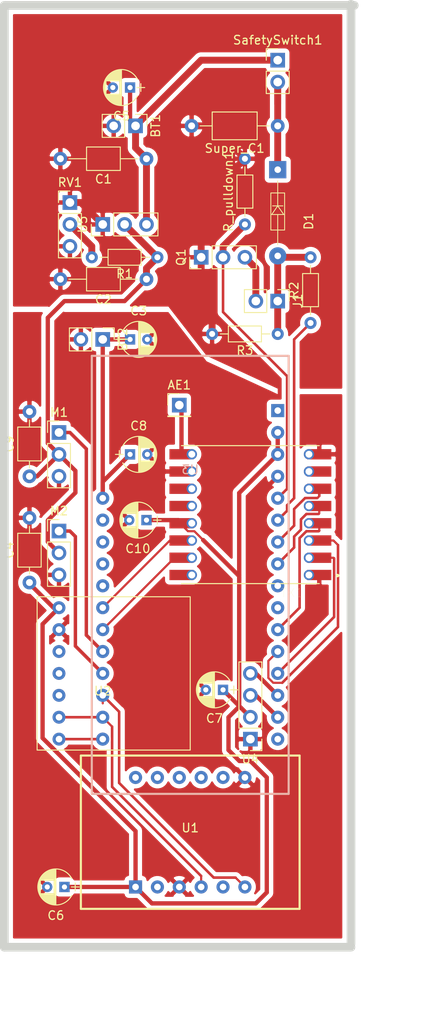
<source format=kicad_pcb>
(kicad_pcb (version 20171130) (host pcbnew "(5.1.6-0-10_14)")
  (layers (0 F.Cu signal) (31 B.Cu signal) (34 B.Paste user hide) (35 F.Paste user hide) (36 B.SilkS user hide) (37 F.SilkS user) (38 B.Mask user) (39 F.Mask user hide) (44 Edge.Cuts user))
  (net 0 "")
  (net 1 "Net-(AE1-Pad1)")
  (net 2 7.4)
  (net 3 GND)
  (net 4 3.7_Battery)
  (net 5 ~6V_Source)
  (net 6 "Net-(D1-Pad1)")
  (net 7 "Net-(D1-Pad2)")
  (net 8 "Net-(J1-Pad2)")
  (net 9 "Net-(M1-Pad1)")
  (net 10 "Net-(M2-Pad1)")
  (net 11 Control)
  (net 12 "Net-(R1-Pad2)")
  (net 13 Feather_Pin_Sensor)
  (net 14 "Net-(TX1-Pad2)")
  (net 15 "Net-(TX1-Pad3)")
  (net 16 "Net-(TX1-Pad4)")
  (net 17 "Net-(TX1-Pad5)")
  (net 18 "Net-(TX1-Pad6)")
  (net 19 "Net-(TX1-Pad7)")
  (net 20 "Net-(TX1-Pad11)")
  (net 21 "Net-(TX1-Pad12)")
  (net 22 "Net-(TX1-Pad14)")
  (net 23 "Net-(TX1-Pad15)")
  (net 24 "Net-(TX1-Pad16)")
  (net 25 "Net-(U1-Pad12)")
  (net 26 "Net-(U1-Pad11)")
  (net 27 "Net-(U1-Pad10)")
  (net 28 "Net-(U1-Pad9)")
  (net 29 "Net-(U1-Pad8)")
  (net 30 "Net-(U1-Pad6)")
  (net 31 "Net-(U1-Pad5)")
  (net 32 "Net-(U1-Pad4)")
  (net 33 "Net-(U1-Pad2)")
  (net 34 "Net-(U2-Pad3)")
  (net 35 "Net-(U2-Pad4)")
  (net 36 "Net-(U2-Pad5)")
  (net 37 "Net-(U2-Pad7)")
  (net 38 "Net-(U3-Pad26)")
  (net 39 "Net-(U3-Pad27)")
  (net 40 "Net-(U3-Pad16)")
  (net 41 "Net-(U3-Pad15)")
  (net 42 "Net-(U3-Pad14)")
  (net 43 "Net-(U3-Pad10)")
  (net 44 "Net-(U3-Pad9)")
  (net 45 "Net-(U3-Pad1)")
  (net 46 "Net-(U3-Pad24)")
  (net 47 "Net-(U3-Pad25)")
  (net 48 "Net-(C10-Pad1)")
  (module RFM98W-433S2:XCVR_RFM98W-433S2 (layer F.Cu) (at 101.092 125.984 180)
    (fp_text reference TX1 (at -4.825 -9.075) (layer F.SilkS) (effects (font (thickness 0.015))))
    (fp_text value RFM98W-433S2)
    (pad 1 smd rect (at -8 -7 180) (size 2.8 1.2) (layers F.Cu F.Paste F.Mask) (net 3 GND))
    (pad 2 smd rect (at -8 -5 180) (size 2.8 1.2) (layers F.Cu F.Paste F.Mask) (net 14 "Net-(TX1-Pad2)"))
    (pad 3 smd rect (at -8 -3 180) (size 2.8 1.2) (layers F.Cu F.Paste F.Mask) (net 15 "Net-(TX1-Pad3)"))
    (pad 4 smd rect (at -8 -1 180) (size 2.8 1.2) (layers F.Cu F.Paste F.Mask) (net 16 "Net-(TX1-Pad4)"))
    (pad 5 smd rect (at -8 1 180) (size 2.8 1.2) (layers F.Cu F.Paste F.Mask) (net 17 "Net-(TX1-Pad5)"))
    (pad 6 smd rect (at -8 3 180) (size 2.8 1.2) (layers F.Cu F.Paste F.Mask) (net 18 "Net-(TX1-Pad6)"))
    (pad 7 smd rect (at -8 5 180) (size 2.8 1.2) (layers F.Cu F.Paste F.Mask) (net 19 "Net-(TX1-Pad7)"))
    (pad 8 smd rect (at -8 7 180) (size 2.8 1.2) (layers F.Cu F.Paste F.Mask) (net 3 GND))
    (pad 9 smd rect (at 8 7 180) (size 2.8 1.2) (layers F.Cu F.Paste F.Mask) (net 1 "Net-(AE1-Pad1)"))
    (pad 10 smd rect (at 8 5 180) (size 2.8 1.2) (layers F.Cu F.Paste F.Mask) (net 3 GND))
    (pad 11 smd rect (at 8 3 180) (size 2.8 1.2) (layers F.Cu F.Paste F.Mask) (net 20 "Net-(TX1-Pad11)"))
    (pad 12 smd rect (at 8 1 180) (size 2.8 1.2) (layers F.Cu F.Paste F.Mask) (net 21 "Net-(TX1-Pad12)"))
    (pad 13 smd rect (at 8 -1 180) (size 2.8 1.2) (layers F.Cu F.Paste F.Mask) (net 48 "Net-(C10-Pad1)"))
    (pad 14 smd rect (at 8 -3 180) (size 2.8 1.2) (layers F.Cu F.Paste F.Mask) (net 22 "Net-(TX1-Pad14)"))
    (pad 15 smd rect (at 8 -5 180) (size 2.8 1.2) (layers F.Cu F.Paste F.Mask) (net 23 "Net-(TX1-Pad15)"))
    (pad 16 smd rect (at 8 -7 180) (size 2.8 1.2) (layers F.Cu F.Paste F.Mask) (net 24 "Net-(TX1-Pad16)"))
    (pad 1_1 thru_hole circle (at -6.8 -7 180) (size 1.2 1.2) (drill 0.8) (layers *.Cu *.Mask))
    (pad 2_1 thru_hole circle (at -6.8 -5 180) (size 1.2 1.2) (drill 0.8) (layers *.Cu *.Mask))
    (pad 3_1 thru_hole circle (at -6.8 -3 180) (size 1.2 1.2) (drill 0.8) (layers *.Cu *.Mask))
    (pad 4_1 thru_hole circle (at -6.8 -1 180) (size 1.2 1.2) (drill 0.8) (layers *.Cu *.Mask))
    (pad 5_1 thru_hole circle (at -6.8 1 180) (size 1.2 1.2) (drill 0.8) (layers *.Cu *.Mask))
    (pad 6_1 thru_hole circle (at -6.8 3 180) (size 1.2 1.2) (drill 0.8) (layers *.Cu *.Mask))
    (pad 7_1 thru_hole circle (at -6.8 5 180) (size 1.2 1.2) (drill 0.8) (layers *.Cu *.Mask))
    (pad 8_1 thru_hole circle (at -6.8 7 180) (size 1.2 1.2) (drill 0.8) (layers *.Cu *.Mask))
    (pad 9_1 thru_hole circle (at 6.8 7 180) (size 1.2 1.2) (drill 0.8) (layers *.Cu *.Mask))
    (pad 10_1 thru_hole circle (at 6.8 5 180) (size 1.2 1.2) (drill 0.8) (layers *.Cu *.Mask))
    (pad 11_1 thru_hole circle (at 6.8 3 180) (size 1.2 1.2) (drill 0.8) (layers *.Cu *.Mask))
    (pad 12_1 thru_hole circle (at 6.8 1 180) (size 1.2 1.2) (drill 0.8) (layers *.Cu *.Mask))
    (pad 13_1 thru_hole circle (at 6.8 -1 180) (size 1.2 1.2) (drill 0.8) (layers *.Cu *.Mask))
    (pad 14_1 thru_hole circle (at 6.8 -3 180) (size 1.2 1.2) (drill 0.8) (layers *.Cu *.Mask))
    (pad 15_1 thru_hole circle (at 6.8 -5 180) (size 1.2 1.2) (drill 0.8) (layers *.Cu *.Mask))
    (pad 16_1 thru_hole circle (at 6.8 -7 180) (size 1.2 1.2) (drill 0.8) (layers *.Cu *.Mask))
  )
  (module digikey-footprints:MPU_6050_Board (layer F.Cu) (at 85.217 164.084 90)
    (fp_text reference U1 (at 1.77 8.89) (layer F.SilkS))
    (fp_text value MPU-6050-Board)
    (pad 12 thru_hole circle (at 7.62 2.54 90) (size 1.524 1.524) (drill 0.762) (layers *.Cu *.Mask) (net 25 "Net-(U1-Pad12)"))
    (pad 11 thru_hole circle (at 7.62 5.08 90) (size 1.524 1.524) (drill 0.762) (layers *.Cu *.Mask) (net 26 "Net-(U1-Pad11)"))
    (pad 10 thru_hole circle (at 7.62 7.62 90) (size 1.524 1.524) (drill 0.762) (layers *.Cu *.Mask) (net 27 "Net-(U1-Pad10)"))
    (pad 9 thru_hole circle (at 7.62 10.16 90) (size 1.524 1.524) (drill 0.762) (layers *.Cu *.Mask) (net 28 "Net-(U1-Pad9)"))
    (pad 8 thru_hole circle (at 7.62 12.7 90) (size 1.524 1.524) (drill 0.762) (layers *.Cu *.Mask) (net 29 "Net-(U1-Pad8)"))
    (pad 7 thru_hole circle (at 7.62 15.24 90) (size 1.524 1.524) (drill 0.762) (layers *.Cu *.Mask) (net 3 GND))
    (pad 6 thru_hole circle (at -5.08 15.24 90) (size 1.524 1.524) (drill 0.762) (layers *.Cu *.Mask) (net 30 "Net-(U1-Pad6)"))
    (pad 5 thru_hole circle (at -5.08 12.7 90) (size 1.524 1.524) (drill 0.762) (layers *.Cu *.Mask) (net 31 "Net-(U1-Pad5)"))
    (pad 4 thru_hole circle (at -5.08 10.16 90) (size 1.524 1.524) (drill 0.762) (layers *.Cu *.Mask) (net 32 "Net-(U1-Pad4)"))
    (pad 3 thru_hole circle (at -5.08 7.62 90) (size 1.524 1.524) (drill 0.762) (layers *.Cu *.Mask) (net 3 GND))
    (pad 2 thru_hole circle (at -5.08 5.08 90) (size 1.524 1.524) (drill 0.762) (layers *.Cu *.Mask) (net 33 "Net-(U1-Pad2)"))
    (pad 1 thru_hole rect (at -5.08 2.54 90) (size 1.524 1.524) (drill 0.762) (layers *.Cu *.Mask) (net 48 "Net-(C10-Pad1)"))
  )
  (module digikey-footprints:mpl3115a2 (layer F.Cu) (at 83.947 146.939 180)
    (fp_text reference U2 (at 0 0.5) (layer F.SilkS))
    (fp_text value MPL3115a2_Board)
    (pad 7 thru_hole circle (at 5.08 -5.08 180) (size 1.5 1.5) (drill 0.762) (layers *.Cu *.Mask) (net 37 "Net-(U2-Pad7)"))
    (pad 6 thru_hole circle (at 5.08 -2.54 180) (size 1.5 1.5) (drill 0.762) (layers *.Cu *.Mask) (net 32 "Net-(U1-Pad4)"))
    (pad 5 thru_hole circle (at 5.08 0 180) (size 1.5 1.5) (drill 0.762) (layers *.Cu *.Mask) (net 36 "Net-(U2-Pad5)"))
    (pad 4 thru_hole circle (at 5.08 2.54 180) (size 1.5 1.5) (drill 0.762) (layers *.Cu *.Mask) (net 35 "Net-(U2-Pad4)"))
    (pad 3 thru_hole circle (at 5.08 5.08 180) (size 1.5 1.5) (drill 0.762) (layers *.Cu *.Mask) (net 34 "Net-(U2-Pad3)"))
    (pad 2 thru_hole circle (at 5.08 7.62 180) (size 1.5 1.5) (drill 0.762) (layers *.Cu *.Mask) (net 3 GND))
    (pad 1 thru_hole circle (at 5.08 10.16 180) (size 1.5 1.5) (drill 0.762) (layers *.Cu *.Mask) (net 48 "Net-(C10-Pad1)"))
  )
  (module Connector_PinHeader_2.54mm:PinHeader_1x01_P2.54mm_Vertical (layer F.Cu) (at 92.837 113.284)
    (fp_text reference AE1 (at 0 -2.33) (layer F.SilkS))
    (fp_text value Antenna)
    (pad 1 thru_hole rect (at 0 0) (size 1.7 1.7) (drill 1) (layers *.Cu *.Mask) (net 1 "Net-(AE1-Pad1)"))
  )
  (module Connector_PinHeader_2.54mm:PinHeader_1x02_P2.54mm_Vertical (layer F.Cu) (at 87.757 80.899 270)
    (fp_text reference BT1 (at 0 -2.33 90) (layer F.SilkS))
    (fp_text value 7.4V)
    (pad 1 thru_hole rect (at 0 0 270) (size 1.7 1.7) (drill 1) (layers *.Cu *.Mask) (net 2 7.4))
    (pad 2 thru_hole oval (at 0 2.54 270) (size 1.7 1.7) (drill 1) (layers *.Cu *.Mask) (net 3 GND))
  )
  (module Connector_PinHeader_2.54mm:PinHeader_1x02_P2.54mm_Vertical (layer F.Cu) (at 83.947 105.664 270)
    (fp_text reference BT2 (at 0 -2.33 90) (layer F.SilkS))
    (fp_text value 3.7V)
    (pad 2 thru_hole oval (at 0 2.54 270) (size 1.7 1.7) (drill 1) (layers *.Cu *.Mask) (net 3 GND))
    (pad 1 thru_hole rect (at 0 0 270) (size 1.7 1.7) (drill 1) (layers *.Cu *.Mask) (net 4 3.7_Battery))
  )
  (module Capacitors_THT:C_Axial_L3.8mm_D2.6mm_P10.00mm_Horizontal (layer F.Cu) (at 89.027 84.709 180)
    (fp_text reference C1 (at 5 -2.36) (layer F.SilkS))
    (fp_text value C)
    (pad 1 thru_hole circle (at 0 0 180) (size 1.6 1.6) (drill 0.8) (layers *.Cu *.Mask) (net 2 7.4))
    (pad 2 thru_hole oval (at 10 0 180) (size 1.6 1.6) (drill 0.8) (layers *.Cu *.Mask) (net 3 GND))
  )
  (module Capacitors_THT:C_Axial_L3.8mm_D2.6mm_P10.00mm_Horizontal (layer F.Cu) (at 89.027 98.679 180)
    (fp_text reference C2 (at 5 -2.36) (layer F.SilkS))
    (fp_text value CP1)
    (pad 2 thru_hole oval (at 10 0 180) (size 1.6 1.6) (drill 0.8) (layers *.Cu *.Mask) (net 3 GND))
    (pad 1 thru_hole circle (at 0 0 180) (size 1.6 1.6) (drill 0.8) (layers *.Cu *.Mask) (net 5 ~6V_Source))
  )
  (module digikey-footprints:Diode_DO-35_P10mm (layer F.Cu) (at 104.267 85.979 270)
    (fp_text reference D1 (at 6 -3.6 90) (layer F.SilkS))
    (fp_text value DIODE)
    (pad 1 thru_hole rect (at 0 0 270) (size 2 2) (drill 0.76) (layers *.Cu *.Mask) (net 6 "Net-(D1-Pad1)"))
    (pad 2 thru_hole circle (at 10 0 270) (size 2 2) (drill 0.76) (layers *.Cu *.Mask) (net 7 "Net-(D1-Pad2)"))
  )
  (module Connector_PinHeader_2.54mm:PinHeader_1x02_P2.54mm_Vertical (layer F.Cu) (at 104.267 101.219 270)
    (fp_text reference J1 (at 0 -2.33 90) (layer F.SilkS))
    (fp_text value Conn_02x01)
    (pad 2 thru_hole oval (at 0 2.54 270) (size 1.7 1.7) (drill 1) (layers *.Cu *.Mask) (net 8 "Net-(J1-Pad2)"))
    (pad 1 thru_hole rect (at 0 0 270) (size 1.7 1.7) (drill 1) (layers *.Cu *.Mask) (net 7 "Net-(D1-Pad2)"))
  )
  (module Connector_PinHeader_2.54mm:PinHeader_1x03_P2.54mm_Vertical (layer F.Cu) (at 78.867 116.459)
    (fp_text reference M1 (at 0 -2.33) (layer F.SilkS))
    (fp_text value Motor_Servo)
    (pad 1 thru_hole rect (at 0 0) (size 1.7 1.7) (drill 1) (layers *.Cu *.Mask) (net 9 "Net-(M1-Pad1)"))
    (pad 2 thru_hole oval (at 0 2.54) (size 1.7 1.7) (drill 1) (layers *.Cu *.Mask) (net 5 ~6V_Source))
    (pad 3 thru_hole oval (at 0 5.08) (size 1.7 1.7) (drill 1) (layers *.Cu *.Mask) (net 3 GND))
  )
  (module Connector_PinHeader_2.54mm:PinHeader_1x03_P2.54mm_Vertical (layer F.Cu) (at 78.867 127.889)
    (fp_text reference M2 (at 0 -2.33) (layer F.SilkS))
    (fp_text value Motor_Servo)
    (pad 3 thru_hole oval (at 0 5.08) (size 1.7 1.7) (drill 1) (layers *.Cu *.Mask) (net 3 GND))
    (pad 2 thru_hole oval (at 0 2.54) (size 1.7 1.7) (drill 1) (layers *.Cu *.Mask) (net 5 ~6V_Source))
    (pad 1 thru_hole rect (at 0 0) (size 1.7 1.7) (drill 1) (layers *.Cu *.Mask) (net 10 "Net-(M2-Pad1)"))
  )
  (module Connector_PinHeader_2.54mm:PinHeader_1x03_P2.54mm_Vertical (layer F.Cu) (at 95.377 96.139 90)
    (fp_text reference Q1 (at 0 -2.33 90) (layer F.SilkS))
    (fp_text value 2N7000)
    (pad 1 thru_hole rect (at 0 0 90) (size 1.7 1.7) (drill 1) (layers *.Cu *.Mask) (net 3 GND))
    (pad 2 thru_hole oval (at 0 2.54 90) (size 1.7 1.7) (drill 1) (layers *.Cu *.Mask) (net 11 Control))
    (pad 3 thru_hole oval (at 0 5.08 90) (size 1.7 1.7) (drill 1) (layers *.Cu *.Mask) (net 8 "Net-(J1-Pad2)"))
  )
  (module Resistor_THT:R_Axial_DIN0204_L3.6mm_D1.6mm_P7.62mm_Horizontal (layer F.Cu) (at 90.297 96.139 180)
    (fp_text reference R1 (at 3.81 -1.92) (layer F.SilkS))
    (fp_text value R)
    (pad 2 thru_hole oval (at 7.62 0 180) (size 1.4 1.4) (drill 0.7) (layers *.Cu *.Mask) (net 12 "Net-(R1-Pad2)"))
    (pad 1 thru_hole circle (at 0 0 180) (size 1.4 1.4) (drill 0.7) (layers *.Cu *.Mask) (net 5 ~6V_Source))
  )
  (module Resistor_THT:R_Axial_DIN0204_L3.6mm_D1.6mm_P7.62mm_Horizontal (layer F.Cu) (at 108.077 103.759 90)
    (fp_text reference R2 (at 3.81 -1.92 90) (layer F.SilkS))
    (fp_text value R)
    (pad 1 thru_hole circle (at 0 0 90) (size 1.4 1.4) (drill 0.7) (layers *.Cu *.Mask) (net 13 Feather_Pin_Sensor))
    (pad 2 thru_hole oval (at 7.62 0 90) (size 1.4 1.4) (drill 0.7) (layers *.Cu *.Mask) (net 7 "Net-(D1-Pad2)"))
  )
  (module Resistor_THT:R_Axial_DIN0204_L3.6mm_D1.6mm_P7.62mm_Horizontal (layer F.Cu) (at 104.267 105.029 180)
    (fp_text reference R3 (at 3.81 -1.92) (layer F.SilkS))
    (fp_text value R)
    (pad 2 thru_hole oval (at 7.62 0 180) (size 1.4 1.4) (drill 0.7) (layers *.Cu *.Mask) (net 3 GND))
    (pad 1 thru_hole circle (at 0 0 180) (size 1.4 1.4) (drill 0.7) (layers *.Cu *.Mask) (net 7 "Net-(D1-Pad2)"))
  )
  (module Resistor_THT:R_Axial_DIN0204_L3.6mm_D1.6mm_P7.62mm_Horizontal (layer F.Cu) (at 100.457 92.329 90)
    (fp_text reference R_pulldown1 (at 3.81 -1.92 90) (layer F.SilkS))
    (fp_text value 10k-100k)
    (pad 1 thru_hole circle (at 0 0 90) (size 1.4 1.4) (drill 0.7) (layers *.Cu *.Mask) (net 11 Control))
    (pad 2 thru_hole oval (at 7.62 0 90) (size 1.4 1.4) (drill 0.7) (layers *.Cu *.Mask) (net 3 GND))
  )
  (module Connector_PinHeader_2.54mm:PinHeader_1x03_P2.54mm_Vertical (layer F.Cu) (at 80.137 89.789)
    (fp_text reference RV1 (at 0 -2.33) (layer F.SilkS))
    (fp_text value R_POT_TRIM)
    (pad 1 thru_hole rect (at 0 0) (size 1.7 1.7) (drill 1) (layers *.Cu *.Mask) (net 3 GND))
    (pad 2 thru_hole oval (at 0 2.54) (size 1.7 1.7) (drill 1) (layers *.Cu *.Mask) (net 12 "Net-(R1-Pad2)"))
    (pad 3 thru_hole oval (at 0 5.08) (size 1.7 1.7) (drill 1) (layers *.Cu *.Mask) (net 3 GND))
  )
  (module Connector_PinHeader_2.54mm:PinHeader_1x02_P2.54mm_Vertical (layer F.Cu) (at 104.267 73.279)
    (fp_text reference SafetySwitch1 (at 0 -2.33) (layer F.SilkS))
    (fp_text value SW_SPST)
    (pad 1 thru_hole rect (at 0 0) (size 1.7 1.7) (drill 1) (layers *.Cu *.Mask) (net 2 7.4))
    (pad 2 thru_hole oval (at 0 2.54) (size 1.7 1.7) (drill 1) (layers *.Cu *.Mask) (net 6 "Net-(D1-Pad1)"))
  )
  (module Capacitors_THT:C_Axial_L5.1mm_D3.1mm_P10.00mm_Horizontal (layer F.Cu) (at 104.267 80.899 180)
    (fp_text reference Super_C1 (at 5 -2.61) (layer F.SilkS))
    (fp_text value C)
    (pad 1 thru_hole circle (at 0 0 180) (size 1.6 1.6) (drill 0.8) (layers *.Cu *.Mask) (net 6 "Net-(D1-Pad1)"))
    (pad 2 thru_hole oval (at 10 0 180) (size 1.6 1.6) (drill 0.8) (layers *.Cu *.Mask) (net 3 GND))
  )
  (module digikey-footprints:Adafruit_Feather (layer B.Cu) (at 96.647 111.379 180)
    (fp_text reference U3 (at 2.54 -9.39) (layer B.SilkS) (effects (justify mirror)))
    (fp_text value Adafruit-STM32F405)
    (pad 26 thru_hole circle (at 12.7 -17.78 180) (size 1.524 1.524) (drill 0.762) (layers *.Cu *.Mask) (net 38 "Net-(U3-Pad26)"))
    (pad 27 thru_hole circle (at 12.7 -15.24 180) (size 1.524 1.524) (drill 0.762) (layers *.Cu *.Mask) (net 39 "Net-(U3-Pad27)"))
    (pad 28 thru_hole circle (at 12.7 -12.7 180) (size 1.524 1.524) (drill 0.762) (layers *.Cu *.Mask) (net 4 3.7_Battery))
    (pad 17 thru_hole circle (at 12.7 -40.64 180) (size 1.524 1.524) (drill 0.762) (layers *.Cu *.Mask) (net 37 "Net-(U2-Pad7)"))
    (pad 18 thru_hole circle (at 12.7 -38.1 180) (size 1.524 1.524) (drill 0.762) (layers *.Cu *.Mask) (net 32 "Net-(U1-Pad4)"))
    (pad 19 thru_hole circle (at 12.7 -35.56 180) (size 1.524 1.524) (drill 0.762) (layers *.Cu *.Mask) (net 30 "Net-(U1-Pad6)"))
    (pad 20 thru_hole circle (at 12.7 -33.02 180) (size 1.524 1.524) (drill 0.762) (layers *.Cu *.Mask) (net 10 "Net-(M2-Pad1)"))
    (pad 21 thru_hole circle (at 12.7 -30.48 180) (size 1.524 1.524) (drill 0.762) (layers *.Cu *.Mask) (net 9 "Net-(M1-Pad1)"))
    (pad 22 thru_hole circle (at 12.7 -27.94 180) (size 1.524 1.524) (drill 0.762) (layers *.Cu *.Mask) (net 23 "Net-(TX1-Pad15)"))
    (pad 23 thru_hole circle (at 12.7 -25.4 180) (size 1.524 1.524) (drill 0.762) (layers *.Cu *.Mask) (net 22 "Net-(TX1-Pad14)"))
    (pad 24 thru_hole circle (at 12.7 -22.86 180) (size 1.524 1.524) (drill 0.762) (layers *.Cu *.Mask) (net 46 "Net-(U3-Pad24)"))
    (pad 25 thru_hole circle (at 12.7 -20.32 180) (size 1.524 1.524) (drill 0.762) (layers *.Cu *.Mask) (net 47 "Net-(U3-Pad25)"))
    (pad 16 thru_hole circle (at -7.62 -40.64 180) (size 1.524 1.524) (drill 0.762) (layers *.Cu *.Mask) (net 40 "Net-(U3-Pad16)"))
    (pad 15 thru_hole circle (at -7.62 -38.1 180) (size 1.524 1.524) (drill 0.762) (layers *.Cu *.Mask) (net 41 "Net-(U3-Pad15)"))
    (pad 14 thru_hole circle (at -7.62 -35.56 180) (size 1.524 1.524) (drill 0.762) (layers *.Cu *.Mask) (net 42 "Net-(U3-Pad14)"))
    (pad 13 thru_hole circle (at -7.62 -33.02 180) (size 1.524 1.524) (drill 0.762) (layers *.Cu *.Mask) (net 14 "Net-(TX1-Pad2)"))
    (pad 12 thru_hole circle (at -7.62 -30.48 180) (size 1.524 1.524) (drill 0.762) (layers *.Cu *.Mask) (net 15 "Net-(TX1-Pad3)"))
    (pad 11 thru_hole circle (at -7.62 -27.94 180) (size 1.524 1.524) (drill 0.762) (layers *.Cu *.Mask) (net 16 "Net-(TX1-Pad4)"))
    (pad 10 thru_hole circle (at -7.62 -25.4 180) (size 1.524 1.524) (drill 0.762) (layers *.Cu *.Mask) (net 43 "Net-(U3-Pad10)"))
    (pad 9 thru_hole circle (at -7.62 -22.86 180) (size 1.524 1.524) (drill 0.762) (layers *.Cu *.Mask) (net 44 "Net-(U3-Pad9)"))
    (pad 8 thru_hole circle (at -7.62 -20.32 180) (size 1.524 1.524) (drill 0.762) (layers *.Cu *.Mask) (net 17 "Net-(TX1-Pad5)"))
    (pad 7 thru_hole circle (at -7.62 -17.78 180) (size 1.524 1.524) (drill 0.762) (layers *.Cu *.Mask) (net 18 "Net-(TX1-Pad6)"))
    (pad 6 thru_hole circle (at -7.62 -15.24 180) (size 1.524 1.524) (drill 0.762) (layers *.Cu *.Mask) (net 13 Feather_Pin_Sensor))
    (pad 5 thru_hole circle (at -7.62 -12.7 180) (size 1.524 1.524) (drill 0.762) (layers *.Cu *.Mask) (net 11 Control))
    (pad 4 thru_hole circle (at -7.62 -10.16 180) (size 1.524 1.524) (drill 0.762) (layers *.Cu *.Mask) (net 3 GND))
    (pad 3 thru_hole circle (at -7.62 -7.62 180) (size 1.524 1.524) (drill 0.762) (layers *.Cu *.Mask) (net 48 "Net-(C10-Pad1)"))
    (pad 2 thru_hole circle (at -7.62 -5.08 180) (size 1.524 1.524) (drill 0.762) (layers *.Cu *.Mask) (net 48 "Net-(C10-Pad1)"))
    (pad 1 thru_hole rect (at -7.62 -2.54 180) (size 1.524 1.524) (drill 0.762) (layers *.Cu *.Mask) (net 45 "Net-(U3-Pad1)"))
  )
  (module Connector_PinHeader_2.54mm:PinHeader_1x04_P2.54mm_Vertical (layer F.Cu) (at 101.092 152.019 180)
    (fp_text reference U4 (at 0 -2.33) (layer F.SilkS))
    (fp_text value GPS_Connector)
    (pad 1 thru_hole rect (at 0 0 180) (size 1.7 1.7) (drill 1) (layers *.Cu *.Mask) (net 3 GND))
    (pad 2 thru_hole oval (at 0 2.54 180) (size 1.7 1.7) (drill 1) (layers *.Cu *.Mask) (net 48 "Net-(C10-Pad1)"))
    (pad 3 thru_hole oval (at 0 5.08 180) (size 1.7 1.7) (drill 1) (layers *.Cu *.Mask) (net 41 "Net-(U3-Pad15)"))
    (pad 4 thru_hole oval (at 0 7.62 180) (size 1.7 1.7) (drill 1) (layers *.Cu *.Mask) (net 42 "Net-(U3-Pad14)"))
  )
  (module Connector_PinHeader_2.54mm:PinHeader_1x03_P2.54mm_Vertical (layer F.Cu) (at 83.947 92.329 90)
    (fp_text reference U5 (at 0 -2.33 90) (layer F.SilkS))
    (fp_text value LM317_3PinPackage)
    (pad 3 thru_hole oval (at 0 5.08 90) (size 1.7 1.7) (drill 1) (layers *.Cu *.Mask) (net 2 7.4))
    (pad 2 thru_hole oval (at 0 2.54 90) (size 1.7 1.7) (drill 1) (layers *.Cu *.Mask) (net 5 ~6V_Source))
    (pad 1 thru_hole rect (at 0 0 90) (size 1.7 1.7) (drill 1) (layers *.Cu *.Mask) (net 3 GND))
  )
  (module Capacitors_THT:CP_Radial_D4.0mm_P2.00mm (layer F.Cu) (at 87.122 105.664)
    (fp_text reference C3 (at 1 -3.31) (layer F.SilkS))
    (fp_text value CP1_Small)
    (pad 1 thru_hole rect (at 0 0) (size 1.2 1.2) (drill 0.6) (layers *.Cu *.Mask) (net 4 3.7_Battery))
    (pad 2 thru_hole circle (at 2 0) (size 1.2 1.2) (drill 0.6) (layers *.Cu *.Mask) (net 3 GND))
  )
  (module Capacitors_THT:CP_Radial_D4.0mm_P2.00mm (layer F.Cu) (at 87.122 76.454 180)
    (fp_text reference C5 (at 1 -3.31) (layer F.SilkS))
    (fp_text value CP1_Small)
    (pad 2 thru_hole circle (at 2 0 180) (size 1.2 1.2) (drill 0.6) (layers *.Cu *.Mask) (net 3 GND))
    (pad 1 thru_hole rect (at 0 0 180) (size 1.2 1.2) (drill 0.6) (layers *.Cu *.Mask) (net 2 7.4))
  )
  (module Capacitors_THT:CP_Radial_D4.0mm_P2.00mm (layer F.Cu) (at 79.502 169.164 180)
    (fp_text reference C6 (at 1 -3.31) (layer F.SilkS))
    (fp_text value CP1_Small)
    (pad 1 thru_hole rect (at 0 0 180) (size 1.2 1.2) (drill 0.6) (layers *.Cu *.Mask) (net 48 "Net-(C10-Pad1)"))
    (pad 2 thru_hole circle (at 2 0 180) (size 1.2 1.2) (drill 0.6) (layers *.Cu *.Mask) (net 3 GND))
  )
  (module Capacitors_THT:CP_Radial_D4.0mm_P2.00mm (layer F.Cu) (at 97.917 146.304 180)
    (fp_text reference C7 (at 1 -3.31) (layer F.SilkS))
    (fp_text value CP1_Small)
    (pad 1 thru_hole rect (at 0 0 180) (size 1.2 1.2) (drill 0.6) (layers *.Cu *.Mask) (net 48 "Net-(C10-Pad1)"))
    (pad 2 thru_hole circle (at 2 0 180) (size 1.2 1.2) (drill 0.6) (layers *.Cu *.Mask) (net 3 GND))
  )
  (module Capacitors_THT:CP_Radial_D4.0mm_P2.00mm (layer F.Cu) (at 87.122 118.999)
    (fp_text reference C8 (at 1 -3.31) (layer F.SilkS))
    (fp_text value CP1_Small)
    (pad 1 thru_hole rect (at 0 0) (size 1.2 1.2) (drill 0.6) (layers *.Cu *.Mask) (net 4 3.7_Battery))
    (pad 2 thru_hole circle (at 2 0) (size 1.2 1.2) (drill 0.6) (layers *.Cu *.Mask) (net 3 GND))
  )
  (module Capacitors_THT:C_Axial_L3.8mm_D2.6mm_P7.50mm_Horizontal (layer F.Cu) (at 75.438 133.858 90)
    (fp_text reference C4 (at 3.75 -2.36 90) (layer F.SilkS))
    (fp_text value CP1_Small)
    (pad 1 thru_hole circle (at 0 0 90) (size 1.6 1.6) (drill 0.8) (layers *.Cu *.Mask) (net 48 "Net-(C10-Pad1)"))
    (pad 2 thru_hole oval (at 7.5 0 90) (size 1.6 1.6) (drill 0.8) (layers *.Cu *.Mask) (net 3 GND))
  )
  (module Capacitors_THT:C_Axial_L3.8mm_D2.6mm_P7.50mm_Horizontal (layer F.Cu) (at 75.438 121.539 90)
    (fp_text reference C9 (at 3.75 -2.36 90) (layer F.SilkS))
    (fp_text value CP1_Small)
    (pad 1 thru_hole circle (at 0 0 90) (size 1.6 1.6) (drill 0.8) (layers *.Cu *.Mask) (net 5 ~6V_Source))
    (pad 2 thru_hole oval (at 7.5 0 90) (size 1.6 1.6) (drill 0.8) (layers *.Cu *.Mask) (net 3 GND))
  )
  (module Capacitors_THT:CP_Radial_D4.0mm_P2.00mm (layer F.Cu) (at 89.027 126.619 180)
    (fp_text reference C10 (at 1 -3.31) (layer F.SilkS))
    (fp_text value CP1_Small)
    (pad 1 thru_hole rect (at 0 0 180) (size 1.2 1.2) (drill 0.6) (layers *.Cu *.Mask) (net 48 "Net-(C10-Pad1)"))
    (pad 2 thru_hole circle (at 2 0 180) (size 1.2 1.2) (drill 0.6) (layers *.Cu *.Mask) (net 3 GND))
  )
  (gr_line (start 112.776 175.768) (end 112.776 66.802) (layer Edge.Cuts) (width 1))
  (gr_line (start 72.517 66.929) (end 72.517 176.149) (layer Edge.Cuts) (width 1))
  (gr_line (start 113.157 66.929) (end 72.517 66.929) (layer Edge.Cuts) (width 1))
  (gr_line (start 72.517 176.149) (end 112.776 176.149) (layer Edge.Cuts) (width 1))
  (segment (start 93.092 113.539) (end 92.837 113.284) (width 0.5) (layer F.Cu) (net 1))
  (segment (start 93.092 118.984) (end 93.092 113.539) (width 0.5) (layer F.Cu) (net 1))
  (segment (start 87.757 83.439) (end 89.027 84.709) (width 0.8) (layer F.Cu) (net 2))
  (segment (start 87.757 80.899) (end 87.757 83.439) (width 0.8) (layer F.Cu) (net 2))
  (segment (start 89.027 84.709) (end 89.027 92.329) (width 0.8) (layer F.Cu) (net 2))
  (segment (start 95.377 73.279) (end 104.267 73.279) (width 0.8) (layer F.Cu) (net 2))
  (segment (start 87.757 80.899) (end 95.377 73.279) (width 0.8) (layer F.Cu) (net 2))
  (segment (start 87.122 80.264) (end 87.757 80.899) (width 0.5) (layer F.Cu) (net 2))
  (segment (start 87.122 76.454) (end 87.122 80.264) (width 0.5) (layer F.Cu) (net 2))
  (segment (start 95.377 96.139) (end 95.377 98.679) (width 0.8) (layer F.Cu) (net 3))
  (segment (start 96.647 99.949) (end 96.647 105.029) (width 0.8) (layer F.Cu) (net 3))
  (segment (start 95.377 98.679) (end 96.647 99.949) (width 0.8) (layer F.Cu) (net 3))
  (segment (start 95.377 89.789) (end 100.457 84.709) (width 0.8) (layer F.Cu) (net 3))
  (segment (start 95.377 96.139) (end 95.377 89.789) (width 0.8) (layer F.Cu) (net 3))
  (segment (start 96.647 80.899) (end 100.457 84.709) (width 0.8) (layer F.Cu) (net 3))
  (segment (start 94.267 80.899) (end 96.647 80.899) (width 0.8) (layer F.Cu) (net 3))
  (segment (start 81.407 89.789) (end 83.947 92.329) (width 0.8) (layer F.Cu) (net 3))
  (segment (start 80.137 89.789) (end 81.407 89.789) (width 0.8) (layer F.Cu) (net 3))
  (segment (start 78.867 120.923002) (end 78.867 121.539) (width 0.5) (layer B.Cu) (net 3))
  (segment (start 83.947 105.664) (end 83.947 124.079) (width 0.5) (layer F.Cu) (net 4))
  (segment (start 83.947 122.174) (end 87.122 118.999) (width 0.5) (layer F.Cu) (net 4))
  (segment (start 83.947 124.079) (end 83.947 122.174) (width 0.5) (layer F.Cu) (net 4))
  (segment (start 87.122 105.664) (end 83.947 105.664) (width 0.5) (layer F.Cu) (net 4))
  (segment (start 86.487 92.329) (end 90.297 96.139) (width 0.8) (layer F.Cu) (net 5))
  (segment (start 89.027 97.409) (end 90.297 96.139) (width 0.8) (layer F.Cu) (net 5))
  (segment (start 89.027 98.679) (end 89.027 97.409) (width 0.8) (layer F.Cu) (net 5))
  (segment (start 77.566999 117.698999) (end 77.566999 103.154001) (width 0.5) (layer F.Cu) (net 5))
  (segment (start 78.867 118.999) (end 77.566999 117.698999) (width 0.5) (layer F.Cu) (net 5))
  (segment (start 77.566999 103.154001) (end 79.502 101.219) (width 0.5) (layer F.Cu) (net 5))
  (segment (start 86.487 101.219) (end 89.027 98.679) (width 0.5) (layer F.Cu) (net 5))
  (segment (start 79.502 101.219) (end 86.487 101.219) (width 0.5) (layer F.Cu) (net 5))
  (segment (start 76.327 121.539) (end 78.867 118.999) (width 0.5) (layer F.Cu) (net 5))
  (segment (start 75.057 121.539) (end 76.327 121.539) (width 0.5) (layer F.Cu) (net 5))
  (segment (start 77.566999 120.299001) (end 78.867 118.999) (width 0.5) (layer F.Cu) (net 5))
  (segment (start 78.867 130.429) (end 77.566999 129.128999) (width 0.5) (layer F.Cu) (net 5))
  (segment (start 78.867 118.999) (end 80.772 120.904) (width 0.5) (layer F.Cu) (net 5))
  (segment (start 80.772 120.904) (end 80.772 123.444) (width 0.5) (layer F.Cu) (net 5))
  (segment (start 80.772 123.444) (end 77.597 126.619) (width 0.5) (layer F.Cu) (net 5))
  (segment (start 77.597 126.648998) (end 77.566999 126.678999) (width 0.5) (layer F.Cu) (net 5))
  (segment (start 77.566999 126.678999) (end 77.566999 129.128999) (width 0.5) (layer F.Cu) (net 5))
  (segment (start 77.597 126.619) (end 77.597 126.648998) (width 0.5) (layer F.Cu) (net 5))
  (segment (start 104.267 78.359) (end 104.267 75.819) (width 0.8) (layer F.Cu) (net 6))
  (segment (start 104.267 78.359) (end 104.267 80.899) (width 0.25) (layer F.Cu) (net 6))
  (segment (start 104.267 75.819) (end 104.267 80.899) (width 0.8) (layer F.Cu) (net 6))
  (segment (start 104.267 85.979) (end 104.267 80.899) (width 0.8) (layer F.Cu) (net 6))
  (segment (start 104.427 96.139) (end 104.267 95.979) (width 0.8) (layer F.Cu) (net 7))
  (segment (start 108.077 96.139) (end 104.427 96.139) (width 0.8) (layer F.Cu) (net 7))
  (segment (start 104.267 101.219) (end 104.267 95.979) (width 0.8) (layer F.Cu) (net 7))
  (segment (start 104.267 105.029) (end 104.267 101.219) (width 0.8) (layer F.Cu) (net 7))
  (segment (start 101.727 97.409) (end 100.457 96.139) (width 0.8) (layer F.Cu) (net 8))
  (segment (start 101.727 101.219) (end 101.727 97.409) (width 0.8) (layer F.Cu) (net 8))
  (segment (start 78.867 116.459) (end 80.137 116.459) (width 0.4) (layer F.Cu) (net 9))
  (segment (start 80.137 116.459) (end 82.042 118.364) (width 0.4) (layer F.Cu) (net 9))
  (segment (start 82.042 139.954) (end 83.947 141.859) (width 0.4) (layer F.Cu) (net 9))
  (segment (start 82.042 118.364) (end 82.042 139.954) (width 0.4) (layer F.Cu) (net 9))
  (segment (start 78.867 127.889) (end 80.137 127.889) (width 0.4) (layer F.Cu) (net 10))
  (segment (start 80.137 127.889) (end 80.772 128.524) (width 0.4) (layer F.Cu) (net 10))
  (segment (start 80.772 141.224) (end 83.947 144.399) (width 0.4) (layer F.Cu) (net 10))
  (segment (start 80.772 128.524) (end 80.772 141.224) (width 0.4) (layer F.Cu) (net 10))
  (segment (start 97.917 94.869) (end 100.457 92.329) (width 0.8) (layer F.Cu) (net 11))
  (segment (start 97.917 96.139) (end 97.917 94.869) (width 0.8) (layer F.Cu) (net 11))
  (segment (start 105.354001 122.991999) (end 105.354001 109.926001) (width 0.3) (layer F.Cu) (net 11))
  (segment (start 104.267 124.079) (end 105.354001 122.991999) (width 0.3) (layer F.Cu) (net 11))
  (segment (start 97.917 102.489) (end 97.917 96.139) (width 0.3) (layer F.Cu) (net 11))
  (segment (start 105.354001 109.926001) (end 97.917 102.489) (width 0.3) (layer F.Cu) (net 11))
  (segment (start 82.677 94.869) (end 82.677 96.139) (width 0.8) (layer F.Cu) (net 12))
  (segment (start 80.137 92.329) (end 82.677 94.869) (width 0.8) (layer F.Cu) (net 12))
  (segment (start 105.354001 125.531999) (end 105.354001 124.896999) (width 0.3) (layer F.Cu) (net 13))
  (segment (start 104.267 126.619) (end 105.354001 125.531999) (width 0.3) (layer F.Cu) (net 13))
  (segment (start 105.354001 124.896999) (end 106.172 124.079) (width 0.3) (layer F.Cu) (net 13))
  (segment (start 106.172 105.664) (end 108.077 103.759) (width 0.3) (layer F.Cu) (net 13))
  (segment (start 106.172 124.079) (end 106.172 105.664) (width 0.3) (layer F.Cu) (net 13))
  (segment (start 104.267 144.399) (end 104.267 144.239998) (width 0.25) (layer F.Cu) (net 14))
  (segment (start 110.742 130.984) (end 109.092 130.984) (width 0.25) (layer F.Cu) (net 14))
  (segment (start 110.817001 131.059001) (end 110.742 130.984) (width 0.25) (layer F.Cu) (net 14))
  (segment (start 110.817001 137.848999) (end 110.817001 131.059001) (width 0.3) (layer F.Cu) (net 14))
  (segment (start 104.267 144.399) (end 110.817001 137.848999) (width 0.3) (layer F.Cu) (net 14))
  (segment (start 103.179999 144.920761) (end 103.179999 142.946001) (width 0.25) (layer F.Cu) (net 15))
  (segment (start 103.745239 145.486001) (end 103.179999 144.920761) (width 0.25) (layer F.Cu) (net 15))
  (segment (start 103.179999 142.946001) (end 104.267 141.859) (width 0.25) (layer F.Cu) (net 15))
  (segment (start 104.788761 145.486001) (end 103.745239 145.486001) (width 0.25) (layer F.Cu) (net 15))
  (segment (start 111.26701 139.007752) (end 104.788761 145.486001) (width 0.3) (layer F.Cu) (net 15))
  (segment (start 111.26701 129.50901) (end 111.26701 139.007752) (width 0.3) (layer F.Cu) (net 15))
  (segment (start 110.742 128.984) (end 111.26701 129.50901) (width 0.25) (layer F.Cu) (net 15))
  (segment (start 109.092 128.984) (end 110.742 128.984) (width 0.25) (layer F.Cu) (net 15))
  (segment (start 104.267 139.319) (end 106.807 136.779) (width 0.3) (layer F.Cu) (net 16))
  (segment (start 106.807 136.779) (end 106.807 128.699998) (width 0.3) (layer F.Cu) (net 16))
  (segment (start 109.092 127.834) (end 109.092 126.984) (width 0.25) (layer F.Cu) (net 16))
  (segment (start 109.016999 127.909001) (end 109.092 127.834) (width 0.3) (layer F.Cu) (net 16))
  (segment (start 107.597997 127.909001) (end 109.016999 127.909001) (width 0.3) (layer F.Cu) (net 16))
  (segment (start 106.807 128.699998) (end 107.597997 127.909001) (width 0.3) (layer F.Cu) (net 16))
  (segment (start 104.267 131.699) (end 104.611999 132.043999) (width 0.25) (layer F.Cu) (net 17))
  (segment (start 109.016999 125.909001) (end 109.092 125.834) (width 0.25) (layer F.Cu) (net 17))
  (segment (start 107.597997 125.909001) (end 109.016999 125.909001) (width 0.3) (layer F.Cu) (net 17))
  (segment (start 106.966999 126.539999) (end 107.597997 125.909001) (width 0.3) (layer F.Cu) (net 17))
  (segment (start 109.092 125.834) (end 109.092 124.984) (width 0.25) (layer F.Cu) (net 17))
  (segment (start 106.172 129.794) (end 106.172 128.524) (width 0.3) (layer F.Cu) (net 17))
  (segment (start 106.966999 127.729001) (end 106.966999 126.539999) (width 0.3) (layer F.Cu) (net 17))
  (segment (start 106.172 128.524) (end 106.966999 127.729001) (width 0.3) (layer F.Cu) (net 17))
  (segment (start 104.267 131.699) (end 106.172 129.794) (width 0.3) (layer F.Cu) (net 17))
  (segment (start 109.092 123.834) (end 109.092 122.984) (width 0.3) (layer F.Cu) (net 18))
  (segment (start 107.447999 124.058999) (end 108.867001 124.058999) (width 0.3) (layer F.Cu) (net 18))
  (segment (start 106.172 127.254) (end 106.172 125.334998) (width 0.3) (layer F.Cu) (net 18))
  (segment (start 108.867001 124.058999) (end 109.092 123.834) (width 0.25) (layer F.Cu) (net 18))
  (segment (start 106.172 125.334998) (end 107.447999 124.058999) (width 0.3) (layer F.Cu) (net 18))
  (segment (start 104.267 129.159) (end 106.172 127.254) (width 0.3) (layer F.Cu) (net 18))
  (segment (start 91.742 128.984) (end 93.092 128.984) (width 0.25) (layer F.Cu) (net 22))
  (segment (start 83.947 136.779) (end 91.742 128.984) (width 0.25) (layer F.Cu) (net 22))
  (segment (start 92.282 130.984) (end 93.092 130.984) (width 0.25) (layer F.Cu) (net 23))
  (segment (start 83.947 139.319) (end 92.282 130.984) (width 0.25) (layer F.Cu) (net 23))
  (segment (start 83.947 147.870238) (end 83.947 146.939) (width 0.25) (layer F.Cu) (net 30))
  (segment (start 99.369999 168.076999) (end 96.829999 168.076999) (width 0.3) (layer F.Cu) (net 30))
  (segment (start 100.457 169.164) (end 99.369999 168.076999) (width 0.25) (layer F.Cu) (net 30))
  (segment (start 96.829999 168.076999) (end 85.852 157.099) (width 0.3) (layer F.Cu) (net 30))
  (segment (start 85.852 148.844) (end 83.947 146.939) (width 0.3) (layer F.Cu) (net 30))
  (segment (start 85.852 157.099) (end 85.852 148.844) (width 0.3) (layer F.Cu) (net 30))
  (segment (start 78.867 149.479) (end 83.947 149.479) (width 0.3) (layer F.Cu) (net 32))
  (segment (start 85.034001 150.566001) (end 83.947 149.479) (width 0.25) (layer F.Cu) (net 32))
  (segment (start 95.377 169.164) (end 95.377 167.894) (width 0.25) (layer F.Cu) (net 32))
  (segment (start 88.392 160.909) (end 85.034001 157.551001) (width 0.3) (layer F.Cu) (net 32))
  (segment (start 95.377 167.894) (end 88.392 160.909) (width 0.3) (layer F.Cu) (net 32))
  (segment (start 85.034001 157.551001) (end 85.034001 150.566001) (width 0.3) (layer F.Cu) (net 32))
  (segment (start 83.947 152.019) (end 78.867 152.019) (width 0.3) (layer F.Cu) (net 37))
  (segment (start 101.727 146.939) (end 104.267 149.479) (width 0.5) (layer F.Cu) (net 41))
  (segment (start 101.092 146.939) (end 101.727 146.939) (width 0.5) (layer F.Cu) (net 41))
  (segment (start 101.727 144.399) (end 104.267 146.939) (width 0.5) (layer F.Cu) (net 42))
  (segment (start 101.092 144.399) (end 101.727 144.399) (width 0.5) (layer F.Cu) (net 42))
  (segment (start 99.916999 148.303999) (end 101.092 149.479) (width 0.25) (layer F.Cu) (net 48))
  (segment (start 93.847999 127.909001) (end 94.586003 127.909001) (width 0.25) (layer F.Cu) (net 48))
  (segment (start 93.366999 127.428001) (end 93.847999 127.909001) (width 0.25) (layer F.Cu) (net 48))
  (segment (start 93.366999 127.148999) (end 93.366999 127.428001) (width 0.25) (layer F.Cu) (net 48))
  (segment (start 93.202 126.984) (end 93.366999 127.148999) (width 0.25) (layer F.Cu) (net 48))
  (segment (start 93.092 126.984) (end 93.202 126.984) (width 0.25) (layer F.Cu) (net 48))
  (segment (start 99.916999 133.698999) (end 99.916999 123.349001) (width 0.25) (layer F.Cu) (net 48))
  (segment (start 99.916999 123.349001) (end 104.267 118.999) (width 0.25) (layer F.Cu) (net 48))
  (segment (start 99.916999 133.239997) (end 99.916999 133.698999) (width 0.25) (layer F.Cu) (net 48))
  (segment (start 99.916999 133.698999) (end 99.916999 148.303999) (width 0.25) (layer F.Cu) (net 48))
  (segment (start 78.867 136.779) (end 76.962 138.684) (width 0.5) (layer F.Cu) (net 48))
  (segment (start 87.757 162.685002) (end 87.757 169.164) (width 0.5) (layer F.Cu) (net 48))
  (segment (start 76.962 151.890002) (end 87.757 162.685002) (width 0.5) (layer F.Cu) (net 48))
  (segment (start 76.962 138.684) (end 76.962 151.890002) (width 0.5) (layer F.Cu) (net 48))
  (segment (start 98.552 149.479) (end 99.791999 148.239001) (width 0.5) (layer F.Cu) (net 48))
  (segment (start 99.822 154.559) (end 98.552 153.289) (width 0.5) (layer F.Cu) (net 48))
  (segment (start 99.791999 148.239001) (end 99.791999 148.178999) (width 0.5) (layer F.Cu) (net 48))
  (segment (start 101.092 154.559) (end 99.822 154.559) (width 0.5) (layer F.Cu) (net 48))
  (segment (start 87.757 169.164) (end 89.662 171.069) (width 0.5) (layer F.Cu) (net 48))
  (segment (start 102.997 156.464) (end 101.092 154.559) (width 0.5) (layer F.Cu) (net 48))
  (segment (start 98.552 153.289) (end 98.552 149.479) (width 0.5) (layer F.Cu) (net 48))
  (segment (start 102.997 169.799) (end 102.997 156.464) (width 0.5) (layer F.Cu) (net 48))
  (segment (start 101.727 171.069) (end 102.997 169.799) (width 0.5) (layer F.Cu) (net 48))
  (segment (start 89.662 171.069) (end 101.727 171.069) (width 0.5) (layer F.Cu) (net 48))
  (segment (start 99.791999 123.474001) (end 104.267 118.999) (width 0.5) (layer F.Cu) (net 48))
  (segment (start 101.092 149.479) (end 99.791999 148.178999) (width 0.5) (layer F.Cu) (net 48))
  (segment (start 104.267 116.459) (end 104.267 118.999) (width 0.5) (layer F.Cu) (net 48))
  (segment (start 99.676003 132.999001) (end 95.606501 128.929499) (width 0.5) (layer F.Cu) (net 48))
  (segment (start 99.791999 132.999001) (end 99.676003 132.999001) (width 0.5) (layer F.Cu) (net 48))
  (segment (start 94.586003 127.909001) (end 95.606501 128.929499) (width 0.25) (layer F.Cu) (net 48))
  (segment (start 99.791999 148.178999) (end 99.791999 132.999001) (width 0.5) (layer F.Cu) (net 48))
  (segment (start 95.606501 128.929499) (end 99.916999 133.239997) (width 0.25) (layer F.Cu) (net 48))
  (segment (start 99.791999 132.999001) (end 99.791999 123.474001) (width 0.5) (layer F.Cu) (net 48))
  (segment (start 101.092 149.479) (end 97.917 146.304) (width 0.5) (layer F.Cu) (net 48))
  (segment (start 78.232 136.779) (end 78.867 136.779) (width 0.5) (layer F.Cu) (net 48))
  (segment (start 75.057 133.604) (end 78.232 136.779) (width 0.5) (layer F.Cu) (net 48))
  (segment (start 79.502 169.164) (end 87.757 169.164) (width 0.5) (layer F.Cu) (net 48))
  (segment (start 92.727 126.619) (end 93.092 126.984) (width 0.5) (layer F.Cu) (net 48))
  (segment (start 89.027 126.619) (end 92.727 126.619) (width 0.5) (layer F.Cu) (net 48))
  (zone (net 3) (net_name GND) (layer F.Cu) (connect_pads (clearance 0.508)) (min_thickness 0.254) (fill yes (arc_segments 32) (thermal_gap 0.508) (thermal_bridge_width 0.508))
    (polygon (pts (xy 112.776 176.53) (xy 72.517 176.149) (xy 72.517 66.929) (xy 112.776 67.31)))
  )
  (zone (net 0) (net_name "") (layers F&B.Cu) (connect_pads (clearance 0.508)) (min_thickness 0.254)
    (keepout (tracks not_allowed) (vias not_allowed) (copperpour not_allowed))
    (fill (arc_segments 32) (thermal_gap 0.508) (thermal_bridge_width 0.508))
    (polygon (pts (xy 76.962 102.489) (xy 73.406 102.489) (xy 73.406 101.854) (xy 77.597 101.854)))
  )
  (zone (net 0) (net_name "") (layers F&B.Cu) (connect_pads (clearance 0.508)) (min_thickness 0.254)
    (keepout (tracks not_allowed) (vias not_allowed) (copperpour not_allowed))
    (fill (arc_segments 32) (thermal_gap 0.508) (thermal_bridge_width 0.508))
    (polygon (pts (xy 112.268 112.014) (xy 106.807 112.014) (xy 106.807 111.379) (xy 112.268 111.379)))
  )
  (zone (net 0) (net_name "") (layer F.Cu) (connect_pads (clearance 0.508)) (min_thickness 0.254)
    (keepout (tracks not_allowed) (vias not_allowed) (copperpour not_allowed))
    (fill (arc_segments 32) (thermal_gap 0.508) (thermal_bridge_width 0.508))
    (polygon (pts (xy 96.012 107.569) (xy 104.267 111.379) (xy 104.267 112.014) (xy 96.012 108.204) (xy 91.567 102.489) (xy 79.502 102.489) (xy 80.137 101.854) (xy 91.567 101.854)))
  )
)
</source>
